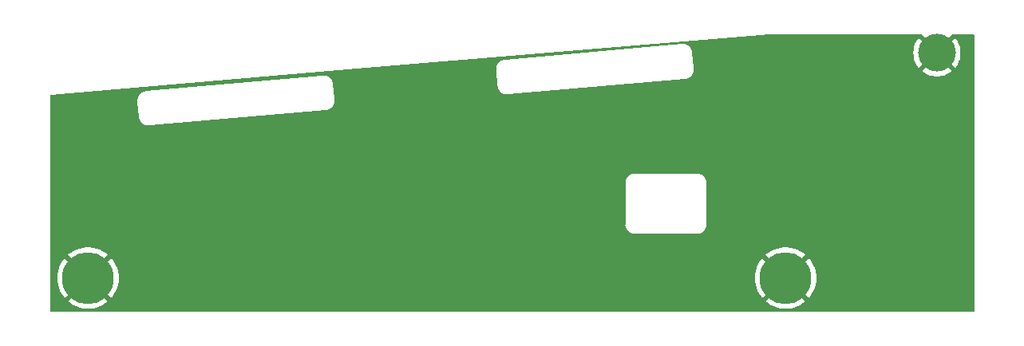
<source format=gbr>
%TF.GenerationSoftware,KiCad,Pcbnew,7.0.10*%
%TF.CreationDate,2024-04-29T09:43:26+01:00*%
%TF.ProjectId,right,72696768-742e-46b6-9963-61645f706362,rev?*%
%TF.SameCoordinates,Original*%
%TF.FileFunction,Copper,L1,Top*%
%TF.FilePolarity,Positive*%
%FSLAX46Y46*%
G04 Gerber Fmt 4.6, Leading zero omitted, Abs format (unit mm)*
G04 Created by KiCad (PCBNEW 7.0.10) date 2024-04-29 09:43:26*
%MOMM*%
%LPD*%
G01*
G04 APERTURE LIST*
%TA.AperFunction,ComponentPad*%
%ADD10C,5.500000*%
%TD*%
%TA.AperFunction,ComponentPad*%
%ADD11C,4.000000*%
%TD*%
G04 APERTURE END LIST*
D10*
%TO.P,H1,1,1*%
%TO.N,GND*%
X82000000Y-73900000D03*
%TD*%
D11*
%TO.P,H3,1,1*%
%TO.N,GND*%
X172050000Y-50000000D03*
%TD*%
D10*
%TO.P,H2,1,1*%
%TO.N,GND*%
X156000000Y-73900000D03*
%TD*%
%TA.AperFunction,Conductor*%
%TO.N,GND*%
G36*
X170419730Y-48020185D02*
G01*
X170440372Y-48036819D01*
X171105819Y-48702266D01*
X170915130Y-48865130D01*
X170752266Y-49055818D01*
X170114286Y-48417838D01*
X170114285Y-48417838D01*
X170023459Y-48527629D01*
X170023457Y-48527632D01*
X169854903Y-48793232D01*
X169854900Y-48793238D01*
X169720965Y-49077862D01*
X169720963Y-49077867D01*
X169623755Y-49377041D01*
X169564808Y-49686050D01*
X169564807Y-49686057D01*
X169545057Y-49999994D01*
X169545057Y-50000005D01*
X169564807Y-50313942D01*
X169564808Y-50313949D01*
X169623755Y-50622958D01*
X169720963Y-50922132D01*
X169720965Y-50922137D01*
X169854900Y-51206761D01*
X169854903Y-51206767D01*
X170023457Y-51472367D01*
X170023460Y-51472371D01*
X170114286Y-51582160D01*
X170752266Y-50944180D01*
X170915130Y-51134870D01*
X171105818Y-51297732D01*
X170464971Y-51938579D01*
X170464972Y-51938581D01*
X170707772Y-52114985D01*
X170707790Y-52114996D01*
X170983447Y-52266540D01*
X170983455Y-52266544D01*
X171275926Y-52382340D01*
X171580620Y-52460573D01*
X171580629Y-52460575D01*
X171892701Y-52499999D01*
X171892715Y-52500000D01*
X172207285Y-52500000D01*
X172207298Y-52499999D01*
X172519370Y-52460575D01*
X172519379Y-52460573D01*
X172824073Y-52382340D01*
X173116544Y-52266544D01*
X173116552Y-52266540D01*
X173392209Y-52114996D01*
X173392219Y-52114990D01*
X173635026Y-51938579D01*
X173635027Y-51938579D01*
X172994180Y-51297733D01*
X173184870Y-51134870D01*
X173347733Y-50944181D01*
X173985712Y-51582160D01*
X174076544Y-51472364D01*
X174245096Y-51206767D01*
X174245099Y-51206761D01*
X174379034Y-50922137D01*
X174379036Y-50922132D01*
X174476244Y-50622958D01*
X174535191Y-50313949D01*
X174535192Y-50313942D01*
X174554943Y-50000005D01*
X174554943Y-49999994D01*
X174535192Y-49686057D01*
X174535191Y-49686050D01*
X174476244Y-49377041D01*
X174379036Y-49077867D01*
X174379034Y-49077862D01*
X174245099Y-48793238D01*
X174245096Y-48793232D01*
X174076542Y-48527632D01*
X174076539Y-48527628D01*
X173985712Y-48417838D01*
X173347732Y-49055818D01*
X173184870Y-48865130D01*
X172994180Y-48702266D01*
X173659628Y-48036819D01*
X173720951Y-48003334D01*
X173747309Y-48000500D01*
X175875500Y-48000500D01*
X175942539Y-48020185D01*
X175988294Y-48072989D01*
X175999500Y-48124500D01*
X175999500Y-77375500D01*
X175979815Y-77442539D01*
X175927011Y-77488294D01*
X175875500Y-77499500D01*
X78124500Y-77499500D01*
X78057461Y-77479815D01*
X78011706Y-77427011D01*
X78000500Y-77375500D01*
X78000500Y-73900002D01*
X78745227Y-73900002D01*
X78764306Y-74251900D01*
X78764308Y-74251917D01*
X78821319Y-74599667D01*
X78821325Y-74599693D01*
X78915600Y-74939243D01*
X78915602Y-74939250D01*
X79046043Y-75266634D01*
X79046052Y-75266652D01*
X79211124Y-75578011D01*
X79408896Y-75869702D01*
X79531914Y-76014532D01*
X80702266Y-74844180D01*
X80865130Y-75034870D01*
X81055819Y-75197733D01*
X79882625Y-76370926D01*
X79882625Y-76370928D01*
X79892900Y-76380660D01*
X80173460Y-76593938D01*
X80173464Y-76593941D01*
X80475445Y-76775635D01*
X80795273Y-76923603D01*
X81129256Y-77036136D01*
X81473437Y-77111896D01*
X81823788Y-77149999D01*
X81823795Y-77150000D01*
X82176205Y-77150000D01*
X82176211Y-77149999D01*
X82526562Y-77111896D01*
X82870743Y-77036136D01*
X83204726Y-76923603D01*
X83524554Y-76775635D01*
X83826535Y-76593941D01*
X83826539Y-76593938D01*
X84107093Y-76380665D01*
X84107105Y-76380654D01*
X84117373Y-76370927D01*
X84117373Y-76370926D01*
X82944180Y-75197733D01*
X83134870Y-75034870D01*
X83297733Y-74844181D01*
X84468084Y-76014532D01*
X84468085Y-76014531D01*
X84591102Y-75869704D01*
X84788875Y-75578011D01*
X84953947Y-75266652D01*
X84953956Y-75266634D01*
X85084397Y-74939250D01*
X85084399Y-74939243D01*
X85178674Y-74599693D01*
X85178680Y-74599667D01*
X85235691Y-74251917D01*
X85235693Y-74251900D01*
X85254773Y-73900002D01*
X152745227Y-73900002D01*
X152764306Y-74251900D01*
X152764308Y-74251917D01*
X152821319Y-74599667D01*
X152821325Y-74599693D01*
X152915600Y-74939243D01*
X152915602Y-74939250D01*
X153046043Y-75266634D01*
X153046052Y-75266652D01*
X153211124Y-75578011D01*
X153408896Y-75869702D01*
X153531914Y-76014532D01*
X154702266Y-74844180D01*
X154865130Y-75034870D01*
X155055819Y-75197733D01*
X153882625Y-76370926D01*
X153882625Y-76370928D01*
X153892900Y-76380660D01*
X154173460Y-76593938D01*
X154173464Y-76593941D01*
X154475445Y-76775635D01*
X154795273Y-76923603D01*
X155129256Y-77036136D01*
X155473437Y-77111896D01*
X155823788Y-77149999D01*
X155823795Y-77150000D01*
X156176205Y-77150000D01*
X156176211Y-77149999D01*
X156526562Y-77111896D01*
X156870743Y-77036136D01*
X157204726Y-76923603D01*
X157524554Y-76775635D01*
X157826535Y-76593941D01*
X157826539Y-76593938D01*
X158107093Y-76380665D01*
X158107105Y-76380654D01*
X158117373Y-76370927D01*
X158117373Y-76370926D01*
X156944180Y-75197733D01*
X157134870Y-75034870D01*
X157297733Y-74844181D01*
X158468084Y-76014532D01*
X158468085Y-76014531D01*
X158591102Y-75869704D01*
X158788875Y-75578011D01*
X158953947Y-75266652D01*
X158953956Y-75266634D01*
X159084397Y-74939250D01*
X159084399Y-74939243D01*
X159178674Y-74599693D01*
X159178680Y-74599667D01*
X159235691Y-74251917D01*
X159235693Y-74251900D01*
X159254773Y-73900002D01*
X159254773Y-73899997D01*
X159235693Y-73548099D01*
X159235691Y-73548082D01*
X159178680Y-73200332D01*
X159178674Y-73200306D01*
X159084399Y-72860756D01*
X159084397Y-72860749D01*
X158953956Y-72533365D01*
X158953947Y-72533347D01*
X158788875Y-72221988D01*
X158591099Y-71930291D01*
X158468085Y-71785467D01*
X158468084Y-71785466D01*
X157297732Y-72955818D01*
X157134870Y-72765130D01*
X156944180Y-72602266D01*
X158117374Y-71429073D01*
X158117373Y-71429072D01*
X158107099Y-71419340D01*
X158107087Y-71419330D01*
X157826539Y-71206061D01*
X157826535Y-71206058D01*
X157524554Y-71024364D01*
X157204726Y-70876396D01*
X156870743Y-70763863D01*
X156526562Y-70688103D01*
X156176211Y-70650000D01*
X155823788Y-70650000D01*
X155473437Y-70688103D01*
X155129256Y-70763863D01*
X154795273Y-70876396D01*
X154475445Y-71024364D01*
X154173464Y-71206058D01*
X154173460Y-71206061D01*
X153892906Y-71419334D01*
X153882625Y-71429071D01*
X153882625Y-71429073D01*
X155055819Y-72602266D01*
X154865130Y-72765130D01*
X154702266Y-72955818D01*
X153531914Y-71785466D01*
X153531913Y-71785466D01*
X153408896Y-71930296D01*
X153211124Y-72221988D01*
X153046052Y-72533347D01*
X153046043Y-72533365D01*
X152915602Y-72860749D01*
X152915600Y-72860756D01*
X152821325Y-73200306D01*
X152821319Y-73200332D01*
X152764308Y-73548082D01*
X152764306Y-73548099D01*
X152745227Y-73899997D01*
X152745227Y-73900002D01*
X85254773Y-73900002D01*
X85254773Y-73899997D01*
X85235693Y-73548099D01*
X85235691Y-73548082D01*
X85178680Y-73200332D01*
X85178674Y-73200306D01*
X85084399Y-72860756D01*
X85084397Y-72860749D01*
X84953956Y-72533365D01*
X84953947Y-72533347D01*
X84788875Y-72221988D01*
X84591099Y-71930291D01*
X84468085Y-71785467D01*
X84468084Y-71785466D01*
X83297732Y-72955818D01*
X83134870Y-72765130D01*
X82944180Y-72602266D01*
X84117374Y-71429073D01*
X84117373Y-71429072D01*
X84107099Y-71419340D01*
X84107087Y-71419330D01*
X83826539Y-71206061D01*
X83826535Y-71206058D01*
X83524554Y-71024364D01*
X83204726Y-70876396D01*
X82870743Y-70763863D01*
X82526562Y-70688103D01*
X82176211Y-70650000D01*
X81823788Y-70650000D01*
X81473437Y-70688103D01*
X81129256Y-70763863D01*
X80795273Y-70876396D01*
X80475445Y-71024364D01*
X80173464Y-71206058D01*
X80173460Y-71206061D01*
X79892906Y-71419334D01*
X79882625Y-71429071D01*
X79882625Y-71429073D01*
X81055819Y-72602266D01*
X80865130Y-72765130D01*
X80702266Y-72955818D01*
X79531914Y-71785466D01*
X79531913Y-71785466D01*
X79408896Y-71930296D01*
X79211124Y-72221988D01*
X79046052Y-72533347D01*
X79046043Y-72533365D01*
X78915602Y-72860749D01*
X78915600Y-72860756D01*
X78821325Y-73200306D01*
X78821319Y-73200332D01*
X78764308Y-73548082D01*
X78764306Y-73548099D01*
X78745227Y-73899997D01*
X78745227Y-73900002D01*
X78000500Y-73900002D01*
X78000500Y-68250936D01*
X138995631Y-68250936D01*
X139006719Y-68323325D01*
X139007513Y-68329553D01*
X139014925Y-68402437D01*
X139014926Y-68402440D01*
X139019749Y-68417814D01*
X139024003Y-68436147D01*
X139026442Y-68452064D01*
X139026443Y-68452068D01*
X139051882Y-68520760D01*
X139053911Y-68526696D01*
X139075841Y-68596588D01*
X139075842Y-68596589D01*
X139075843Y-68596592D01*
X139083657Y-68610670D01*
X139091517Y-68627777D01*
X139097111Y-68642881D01*
X139097113Y-68642884D01*
X139097114Y-68642887D01*
X139113198Y-68668692D01*
X139135864Y-68705057D01*
X139139050Y-68710469D01*
X139174592Y-68774503D01*
X139174593Y-68774504D01*
X139185078Y-68786718D01*
X139196222Y-68801894D01*
X139204745Y-68815567D01*
X139204746Y-68815568D01*
X139204748Y-68815571D01*
X139255246Y-68868695D01*
X139259421Y-68873317D01*
X139274279Y-68890625D01*
X139307132Y-68928894D01*
X139307133Y-68928895D01*
X139319869Y-68938753D01*
X139333844Y-68951379D01*
X139344940Y-68963052D01*
X139405051Y-69004891D01*
X139410115Y-69008609D01*
X139418270Y-69014921D01*
X139468042Y-69053448D01*
X139482515Y-69060547D01*
X139498726Y-69070090D01*
X139511951Y-69079295D01*
X139579264Y-69108181D01*
X139584954Y-69110795D01*
X139596267Y-69116345D01*
X139650724Y-69143058D01*
X139650726Y-69143058D01*
X139650729Y-69143060D01*
X139666316Y-69147095D01*
X139684128Y-69153182D01*
X139698942Y-69159540D01*
X139770700Y-69174285D01*
X139776779Y-69175695D01*
X139847711Y-69194062D01*
X139847715Y-69194063D01*
X139863807Y-69194879D01*
X139882480Y-69197257D01*
X139891413Y-69199093D01*
X139898258Y-69200500D01*
X139898259Y-69200500D01*
X139971500Y-69200500D01*
X139977778Y-69200658D01*
X140050936Y-69204369D01*
X140066857Y-69201930D01*
X140085633Y-69200500D01*
X146571500Y-69200500D01*
X146577778Y-69200658D01*
X146650936Y-69204369D01*
X146723339Y-69193276D01*
X146729557Y-69192484D01*
X146802438Y-69185074D01*
X146817811Y-69180250D01*
X146836149Y-69175995D01*
X146840473Y-69175332D01*
X146852071Y-69173556D01*
X146920789Y-69148105D01*
X146926672Y-69146094D01*
X146996588Y-69124159D01*
X147010670Y-69116341D01*
X147027782Y-69108479D01*
X147042887Y-69102886D01*
X147105073Y-69064123D01*
X147110421Y-69060975D01*
X147174502Y-69025409D01*
X147186724Y-69014915D01*
X147201898Y-69003773D01*
X147215571Y-68995252D01*
X147268690Y-68944757D01*
X147273294Y-68940597D01*
X147328895Y-68892866D01*
X147338750Y-68880133D01*
X147351374Y-68866161D01*
X147355810Y-68861942D01*
X147363053Y-68855059D01*
X147404926Y-68794895D01*
X147408577Y-68789923D01*
X147453448Y-68731958D01*
X147460549Y-68717479D01*
X147470092Y-68701269D01*
X147479295Y-68688049D01*
X147508186Y-68620722D01*
X147510791Y-68615054D01*
X147543060Y-68549271D01*
X147547098Y-68533672D01*
X147553191Y-68515851D01*
X147559538Y-68501062D01*
X147559540Y-68501058D01*
X147574288Y-68429287D01*
X147575692Y-68423231D01*
X147594063Y-68352285D01*
X147594879Y-68336193D01*
X147597258Y-68317516D01*
X147600500Y-68301742D01*
X147600500Y-68228499D01*
X147600659Y-68222219D01*
X147604369Y-68149064D01*
X147601930Y-68133142D01*
X147600500Y-68114366D01*
X147600500Y-63828499D01*
X147600659Y-63822219D01*
X147604369Y-63749064D01*
X147593277Y-63676664D01*
X147592484Y-63670436D01*
X147585074Y-63597563D01*
X147585072Y-63597556D01*
X147580251Y-63582189D01*
X147575994Y-63563849D01*
X147573556Y-63547929D01*
X147548100Y-63479197D01*
X147546098Y-63473338D01*
X147524159Y-63403412D01*
X147516339Y-63389324D01*
X147508482Y-63372225D01*
X147502886Y-63357113D01*
X147464129Y-63294934D01*
X147460951Y-63289534D01*
X147457054Y-63282513D01*
X147425409Y-63225498D01*
X147414921Y-63213281D01*
X147403773Y-63198100D01*
X147403489Y-63197645D01*
X147395252Y-63184429D01*
X147344787Y-63131340D01*
X147340577Y-63126680D01*
X147292873Y-63071112D01*
X147292868Y-63071108D01*
X147292866Y-63071105D01*
X147280126Y-63061243D01*
X147266155Y-63048620D01*
X147255063Y-63036951D01*
X147255062Y-63036950D01*
X147255059Y-63036947D01*
X147194936Y-62995100D01*
X147189874Y-62991382D01*
X147131960Y-62946553D01*
X147131957Y-62946551D01*
X147117496Y-62939458D01*
X147101270Y-62929906D01*
X147088051Y-62920706D01*
X147088049Y-62920705D01*
X147020720Y-62891811D01*
X147015061Y-62889211D01*
X146949271Y-62856940D01*
X146949269Y-62856939D01*
X146933680Y-62852903D01*
X146915864Y-62846813D01*
X146901061Y-62840461D01*
X146901059Y-62840460D01*
X146901058Y-62840460D01*
X146829306Y-62825714D01*
X146823195Y-62824297D01*
X146816544Y-62822575D01*
X146752285Y-62805937D01*
X146752284Y-62805936D01*
X146752281Y-62805936D01*
X146736189Y-62805119D01*
X146717523Y-62802742D01*
X146701743Y-62799500D01*
X146701741Y-62799500D01*
X146628500Y-62799500D01*
X146622221Y-62799341D01*
X146549064Y-62795631D01*
X146549060Y-62795631D01*
X146533143Y-62798070D01*
X146514367Y-62799500D01*
X140028500Y-62799500D01*
X140022221Y-62799341D01*
X139991787Y-62797797D01*
X139949065Y-62795631D01*
X139949058Y-62795631D01*
X139876676Y-62806719D01*
X139870448Y-62807513D01*
X139797566Y-62814925D01*
X139797557Y-62814927D01*
X139782187Y-62819749D01*
X139763858Y-62824003D01*
X139747929Y-62826444D01*
X139747926Y-62826445D01*
X139679245Y-62851880D01*
X139673305Y-62853911D01*
X139603412Y-62875840D01*
X139589322Y-62883661D01*
X139572220Y-62891518D01*
X139557118Y-62897111D01*
X139557108Y-62897116D01*
X139494959Y-62935854D01*
X139489546Y-62939040D01*
X139425506Y-62974585D01*
X139425499Y-62974590D01*
X139413278Y-62985081D01*
X139398114Y-62996216D01*
X139384430Y-63004746D01*
X139384427Y-63004749D01*
X139331338Y-63055213D01*
X139326679Y-63059422D01*
X139271109Y-63107129D01*
X139271102Y-63107136D01*
X139261243Y-63119872D01*
X139248631Y-63133832D01*
X139236949Y-63144938D01*
X139236948Y-63144939D01*
X139195111Y-63205046D01*
X139191396Y-63210106D01*
X139146550Y-63268043D01*
X139139452Y-63282513D01*
X139129907Y-63298728D01*
X139120706Y-63311948D01*
X139120705Y-63311949D01*
X139091818Y-63379262D01*
X139089197Y-63384965D01*
X139056939Y-63450729D01*
X139056938Y-63450733D01*
X139052901Y-63466324D01*
X139046815Y-63484129D01*
X139040461Y-63498937D01*
X139025716Y-63570687D01*
X139024296Y-63576805D01*
X139005936Y-63647716D01*
X139005119Y-63663811D01*
X139002743Y-63682474D01*
X138999500Y-63698260D01*
X138999500Y-63771499D01*
X138999341Y-63777779D01*
X138995631Y-63850935D01*
X138995631Y-63850936D01*
X138998070Y-63866857D01*
X138999500Y-63885633D01*
X138999500Y-68171499D01*
X138999341Y-68177779D01*
X138995631Y-68250935D01*
X138995631Y-68250936D01*
X78000500Y-68250936D01*
X78000500Y-55039257D01*
X87244398Y-55039257D01*
X87250881Y-55110577D01*
X87251305Y-55117200D01*
X87253963Y-55188789D01*
X87258175Y-55206016D01*
X87261213Y-55224235D01*
X87400881Y-56760579D01*
X87401305Y-56767203D01*
X87403963Y-56838790D01*
X87421740Y-56911497D01*
X87423009Y-56917283D01*
X87437299Y-56990793D01*
X87442868Y-57004162D01*
X87448852Y-57022388D01*
X87452287Y-57036437D01*
X87452292Y-57036453D01*
X87484333Y-57104076D01*
X87486741Y-57109489D01*
X87515540Y-57178627D01*
X87523685Y-57190600D01*
X87533215Y-57207248D01*
X87539411Y-57220325D01*
X87539415Y-57220331D01*
X87584424Y-57280138D01*
X87587872Y-57284955D01*
X87629989Y-57346866D01*
X87629992Y-57346870D01*
X87640377Y-57356955D01*
X87653064Y-57371344D01*
X87661771Y-57382914D01*
X87703579Y-57419802D01*
X87717915Y-57432451D01*
X87722262Y-57436475D01*
X87775970Y-57488631D01*
X87775972Y-57488632D01*
X87775973Y-57488633D01*
X87788169Y-57496417D01*
X87803496Y-57507960D01*
X87814353Y-57517539D01*
X87879311Y-57554754D01*
X87884373Y-57557817D01*
X87947494Y-57598104D01*
X87961005Y-57603272D01*
X87978356Y-57611500D01*
X87990909Y-57618693D01*
X88062037Y-57642074D01*
X88067596Y-57644049D01*
X88137544Y-57670808D01*
X88151820Y-57673151D01*
X88170456Y-57677713D01*
X88184215Y-57682237D01*
X88258648Y-57690826D01*
X88264423Y-57691634D01*
X88338339Y-57703768D01*
X88352814Y-57703188D01*
X88371970Y-57703906D01*
X88386356Y-57705567D01*
X88460945Y-57699003D01*
X88466827Y-57698626D01*
X88541658Y-57695633D01*
X88555709Y-57692153D01*
X88574625Y-57688998D01*
X107210940Y-56049003D01*
X107216825Y-56048626D01*
X107291658Y-56045633D01*
X107361193Y-56028418D01*
X107367653Y-56027002D01*
X107390571Y-56022615D01*
X107438011Y-56013536D01*
X107454406Y-56006762D01*
X107471956Y-56000998D01*
X107489177Y-55996736D01*
X107553843Y-55965867D01*
X107559836Y-55963201D01*
X107626074Y-55935836D01*
X107640780Y-55925893D01*
X107656791Y-55916728D01*
X107672812Y-55909081D01*
X107729937Y-55865830D01*
X107735319Y-55861979D01*
X107794641Y-55821874D01*
X107794640Y-55821874D01*
X107794647Y-55821870D01*
X107807041Y-55809179D01*
X107820897Y-55796963D01*
X107835042Y-55786255D01*
X107882290Y-55732389D01*
X107886777Y-55727543D01*
X107936827Y-55676303D01*
X107946415Y-55661373D01*
X107957526Y-55646621D01*
X107969226Y-55633285D01*
X108004650Y-55571038D01*
X108008083Y-55565365D01*
X108046795Y-55505096D01*
X108053185Y-55488535D01*
X108061096Y-55471852D01*
X108069870Y-55456437D01*
X108092045Y-55388314D01*
X108094241Y-55382132D01*
X108120047Y-55315257D01*
X108122970Y-55297759D01*
X108127363Y-55279819D01*
X108132856Y-55262949D01*
X108140864Y-55191753D01*
X108141775Y-55185234D01*
X108153586Y-55114558D01*
X108152927Y-55096818D01*
X108153620Y-55078361D01*
X108155601Y-55060747D01*
X108155602Y-55060742D01*
X108149115Y-54989389D01*
X108148694Y-54982820D01*
X108146037Y-54911216D01*
X108146036Y-54911211D01*
X108146035Y-54911204D01*
X108141825Y-54893986D01*
X108138785Y-54875760D01*
X108132932Y-54811373D01*
X107999115Y-53339387D01*
X107998694Y-53332822D01*
X107996037Y-53261216D01*
X107978255Y-53188490D01*
X107976994Y-53182741D01*
X107962701Y-53109209D01*
X107961144Y-53105472D01*
X107957133Y-53095841D01*
X107951147Y-53077609D01*
X107947713Y-53063564D01*
X107947712Y-53063563D01*
X107947711Y-53063556D01*
X107947707Y-53063547D01*
X107915662Y-52995913D01*
X107913253Y-52990500D01*
X107884458Y-52921372D01*
X107884458Y-52921371D01*
X107876311Y-52909395D01*
X107866785Y-52892754D01*
X107860586Y-52879670D01*
X107860581Y-52879664D01*
X107860579Y-52879660D01*
X107815567Y-52819849D01*
X107812119Y-52815033D01*
X107770005Y-52753127D01*
X107770003Y-52753125D01*
X107759628Y-52743050D01*
X107746933Y-52728651D01*
X107738234Y-52717091D01*
X107738229Y-52717086D01*
X107727200Y-52707355D01*
X107682064Y-52667531D01*
X107677728Y-52663516D01*
X107624033Y-52611372D01*
X107624033Y-52611371D01*
X107611830Y-52603583D01*
X107596509Y-52592044D01*
X107585650Y-52582464D01*
X107585647Y-52582461D01*
X107520677Y-52545237D01*
X107515619Y-52542177D01*
X107484038Y-52522021D01*
X107452506Y-52501896D01*
X107452505Y-52501895D01*
X107452501Y-52501893D01*
X107452498Y-52501892D01*
X107438982Y-52496721D01*
X107421649Y-52488501D01*
X107409097Y-52481309D01*
X107409090Y-52481306D01*
X107337976Y-52457929D01*
X107332397Y-52455946D01*
X107262456Y-52429191D01*
X107248163Y-52426844D01*
X107229535Y-52422282D01*
X107215793Y-52417765D01*
X107215783Y-52417762D01*
X107141416Y-52409178D01*
X107135554Y-52408359D01*
X107061665Y-52396232D01*
X107061654Y-52396232D01*
X107047188Y-52396810D01*
X107028029Y-52396092D01*
X107013651Y-52394433D01*
X107013637Y-52394433D01*
X106939069Y-52400994D01*
X106933162Y-52401372D01*
X106858340Y-52404367D01*
X106844287Y-52407846D01*
X106825364Y-52411001D01*
X88189072Y-54050994D01*
X88183162Y-54051372D01*
X88108337Y-54054367D01*
X88038811Y-54071578D01*
X88032329Y-54073000D01*
X87961989Y-54086464D01*
X87961986Y-54086465D01*
X87945587Y-54093240D01*
X87928046Y-54098999D01*
X87910827Y-54103262D01*
X87910825Y-54103263D01*
X87910823Y-54103264D01*
X87851895Y-54131392D01*
X87846192Y-54134114D01*
X87840127Y-54136811D01*
X87773936Y-54164158D01*
X87773918Y-54164168D01*
X87759221Y-54174103D01*
X87743207Y-54183271D01*
X87727189Y-54190918D01*
X87670075Y-54234157D01*
X87664683Y-54238016D01*
X87605358Y-54278125D01*
X87605347Y-54278134D01*
X87592959Y-54290818D01*
X87579108Y-54303031D01*
X87564961Y-54313742D01*
X87564958Y-54313745D01*
X87517715Y-54367599D01*
X87513210Y-54372465D01*
X87463177Y-54423692D01*
X87463173Y-54423697D01*
X87453587Y-54438621D01*
X87442478Y-54453371D01*
X87430776Y-54466711D01*
X87395345Y-54528965D01*
X87391911Y-54534640D01*
X87353206Y-54594902D01*
X87353202Y-54594909D01*
X87346811Y-54611469D01*
X87338904Y-54628142D01*
X87330133Y-54643556D01*
X87330129Y-54643565D01*
X87307962Y-54711657D01*
X87305741Y-54717907D01*
X87279952Y-54784745D01*
X87279951Y-54784747D01*
X87277028Y-54802240D01*
X87272637Y-54820174D01*
X87267144Y-54837049D01*
X87267141Y-54837060D01*
X87259134Y-54908233D01*
X87258216Y-54914805D01*
X87246413Y-54985439D01*
X87247071Y-55003184D01*
X87246380Y-55021628D01*
X87244398Y-55039257D01*
X78000500Y-55039257D01*
X78000500Y-54546460D01*
X78020185Y-54479421D01*
X78072989Y-54433666D01*
X78114065Y-54422899D01*
X110527610Y-51686596D01*
X125294430Y-51686596D01*
X125300842Y-51759270D01*
X125301238Y-51765595D01*
X125303930Y-51838551D01*
X125307816Y-51854465D01*
X125310875Y-51872981D01*
X125450842Y-53459274D01*
X125451238Y-53465600D01*
X125453930Y-53538554D01*
X125471365Y-53609942D01*
X125472689Y-53616020D01*
X125486529Y-53688229D01*
X125486532Y-53688241D01*
X125492586Y-53702882D01*
X125498453Y-53720837D01*
X125502211Y-53736223D01*
X125502212Y-53736227D01*
X125533665Y-53802652D01*
X125536177Y-53808320D01*
X125550859Y-53843831D01*
X125564274Y-53876280D01*
X125573153Y-53889406D01*
X125582512Y-53905811D01*
X125589290Y-53920125D01*
X125589293Y-53920131D01*
X125621550Y-53963012D01*
X125625351Y-53968066D01*
X125633481Y-53978873D01*
X125637092Y-53983933D01*
X125678281Y-54044827D01*
X125689617Y-54055894D01*
X125702080Y-54070071D01*
X125703814Y-54072375D01*
X125711615Y-54082746D01*
X125766726Y-54131392D01*
X125771285Y-54135624D01*
X125823881Y-54186973D01*
X125823883Y-54186974D01*
X125837210Y-54195530D01*
X125852275Y-54206909D01*
X125864163Y-54217403D01*
X125927953Y-54253969D01*
X125933239Y-54257178D01*
X125995114Y-54296901D01*
X126009905Y-54302604D01*
X126026952Y-54310719D01*
X126040697Y-54318598D01*
X126040702Y-54318599D01*
X126040705Y-54318601D01*
X126110510Y-54341565D01*
X126116373Y-54343658D01*
X126184970Y-54370109D01*
X126200602Y-54372717D01*
X126218932Y-54377234D01*
X126233676Y-54382084D01*
X126233990Y-54382188D01*
X126280186Y-54387529D01*
X126307011Y-54390632D01*
X126313133Y-54391495D01*
X126385676Y-54403601D01*
X126401506Y-54403009D01*
X126420389Y-54403743D01*
X126436122Y-54405564D01*
X126509338Y-54399137D01*
X126515541Y-54398749D01*
X126589017Y-54396005D01*
X126604410Y-54392237D01*
X126623036Y-54389158D01*
X145309334Y-52749137D01*
X145315524Y-52748749D01*
X145389017Y-52746005D01*
X145459944Y-52728645D01*
X145466082Y-52727309D01*
X145537788Y-52713603D01*
X145552924Y-52707352D01*
X145570767Y-52701523D01*
X145586665Y-52697633D01*
X145652630Y-52666358D01*
X145658391Y-52663805D01*
X145725868Y-52635946D01*
X145739422Y-52626786D01*
X145755736Y-52617478D01*
X145770531Y-52610465D01*
X145828875Y-52566534D01*
X145833976Y-52562894D01*
X145894467Y-52522020D01*
X145905909Y-52510309D01*
X145919999Y-52497922D01*
X145933086Y-52488070D01*
X145939049Y-52481309D01*
X145939851Y-52480398D01*
X145981390Y-52433295D01*
X145985654Y-52428703D01*
X146036681Y-52376486D01*
X146045532Y-52362711D01*
X146056839Y-52347743D01*
X146067676Y-52335456D01*
X146103957Y-52272095D01*
X146107206Y-52266741D01*
X146146689Y-52205304D01*
X146152590Y-52190018D01*
X146160658Y-52173073D01*
X146168788Y-52158876D01*
X146191565Y-52089529D01*
X146193693Y-52083571D01*
X146219985Y-52015482D01*
X146222686Y-51999336D01*
X146227175Y-51981117D01*
X146232288Y-51965555D01*
X146240641Y-51893014D01*
X146241517Y-51886809D01*
X146253571Y-51814791D01*
X146252967Y-51798423D01*
X146253698Y-51779659D01*
X146255570Y-51763410D01*
X146249155Y-51690718D01*
X146248760Y-51684399D01*
X146248241Y-51670324D01*
X146246070Y-51611447D01*
X146242184Y-51595537D01*
X146239124Y-51577024D01*
X146099155Y-49990714D01*
X146098760Y-49984396D01*
X146096070Y-49911447D01*
X146078629Y-49840041D01*
X146077305Y-49833962D01*
X146063469Y-49761764D01*
X146057410Y-49747109D01*
X146051546Y-49729159D01*
X146047790Y-49713780D01*
X146047789Y-49713779D01*
X146047789Y-49713776D01*
X146016336Y-49647351D01*
X146013819Y-49641670D01*
X145985726Y-49573722D01*
X145985727Y-49573722D01*
X145976848Y-49560596D01*
X145967486Y-49544186D01*
X145960711Y-49529878D01*
X145960708Y-49529872D01*
X145960707Y-49529871D01*
X145960707Y-49529870D01*
X145916520Y-49471128D01*
X145912905Y-49466062D01*
X145891101Y-49433827D01*
X145871719Y-49405173D01*
X145860384Y-49394106D01*
X145847917Y-49379925D01*
X145838387Y-49367257D01*
X145838386Y-49367256D01*
X145783272Y-49318606D01*
X145778709Y-49314370D01*
X145726119Y-49263027D01*
X145712789Y-49254469D01*
X145697721Y-49243087D01*
X145685836Y-49232596D01*
X145657806Y-49216528D01*
X145622043Y-49196028D01*
X145616761Y-49192821D01*
X145554886Y-49153099D01*
X145554884Y-49153098D01*
X145540094Y-49147395D01*
X145523047Y-49139280D01*
X145509303Y-49131402D01*
X145439483Y-49108432D01*
X145433631Y-49106342D01*
X145365034Y-49079892D01*
X145365026Y-49079890D01*
X145349403Y-49077283D01*
X145331069Y-49072766D01*
X145322772Y-49070036D01*
X145316017Y-49067814D01*
X145316014Y-49067813D01*
X145316013Y-49067813D01*
X145294062Y-49065274D01*
X145242990Y-49059367D01*
X145236830Y-49058497D01*
X145164325Y-49046399D01*
X145164324Y-49046399D01*
X145163631Y-49046424D01*
X145148479Y-49046990D01*
X145129618Y-49046256D01*
X145123192Y-49045513D01*
X145113878Y-49044436D01*
X145113875Y-49044436D01*
X145113874Y-49044436D01*
X145040668Y-49050860D01*
X145034459Y-49051248D01*
X144960994Y-49053993D01*
X144960984Y-49053994D01*
X144960983Y-49053995D01*
X144946218Y-49057608D01*
X144945586Y-49057763D01*
X144926955Y-49060841D01*
X126240675Y-50700860D01*
X126234465Y-50701248D01*
X126160992Y-50703993D01*
X126160986Y-50703994D01*
X126090105Y-50721341D01*
X126083913Y-50722689D01*
X126012220Y-50736394D01*
X126012202Y-50736400D01*
X125997074Y-50742646D01*
X125979239Y-50748474D01*
X125963333Y-50752367D01*
X125963331Y-50752368D01*
X125897379Y-50783634D01*
X125891587Y-50786201D01*
X125824132Y-50814053D01*
X125824131Y-50814053D01*
X125810565Y-50823220D01*
X125794269Y-50832518D01*
X125779473Y-50839532D01*
X125779465Y-50839537D01*
X125721163Y-50883435D01*
X125716006Y-50887115D01*
X125655533Y-50927979D01*
X125644081Y-50939697D01*
X125629996Y-50952079D01*
X125616916Y-50961928D01*
X125568632Y-51016678D01*
X125564320Y-51021322D01*
X125513321Y-51073512D01*
X125513317Y-51073516D01*
X125504462Y-51087294D01*
X125493159Y-51102257D01*
X125482322Y-51114546D01*
X125446061Y-51177870D01*
X125442773Y-51183285D01*
X125403314Y-51244689D01*
X125403309Y-51244697D01*
X125397407Y-51259982D01*
X125389346Y-51276916D01*
X125381213Y-51291121D01*
X125381212Y-51291122D01*
X125358434Y-51360466D01*
X125356304Y-51366432D01*
X125330015Y-51434518D01*
X125327314Y-51450658D01*
X125322823Y-51468882D01*
X125317714Y-51484436D01*
X125317710Y-51484452D01*
X125309358Y-51556964D01*
X125308472Y-51563240D01*
X125296429Y-51635206D01*
X125297032Y-51651581D01*
X125296303Y-51670324D01*
X125294683Y-51684399D01*
X125294430Y-51686595D01*
X125294430Y-51686596D01*
X110527610Y-51686596D01*
X153333474Y-48072989D01*
X154186960Y-48000939D01*
X154197391Y-48000500D01*
X170352691Y-48000500D01*
X170419730Y-48020185D01*
G37*
%TD.AperFunction*%
%TD*%
M02*

</source>
